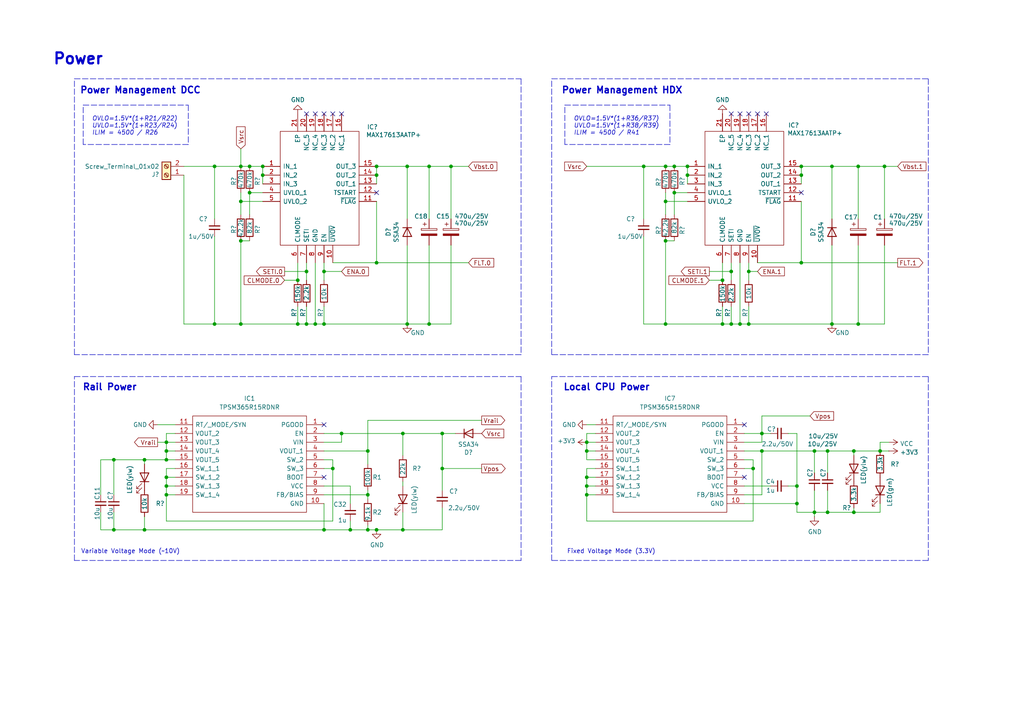
<source format=kicad_sch>
(kicad_sch (version 20250114) (generator "eeschema") (generator_version "9.0")
  (paper "A4")
  (title_block (title "RTB C11 Module") (date "2023-10-22") (rev "4") (company "Frank Schumacher") (comment 1 "Powerboard"))
  (lib_symbols
    (symbol "Connector:Screw_Terminal_01x02" (pin_names (offset 1.016) (hide yes))
      (property "Reference" "J" (at 0 2.54 0))
      (property "Value" "Screw_Terminal_01x02" (at 0 -5.08 0))
      (symbol "Screw_Terminal_01x02_1_1"
        (pin passive line (at -5.08 0 0) (length 3.81) (name "Pin_1") (number "1"))
        (pin passive line (at -5.08 -2.54 0) (length 3.81) (name "Pin_2") (number "2"))
      )
    )
    (symbol "Device:CP" (pin_numbers (hide yes)) (pin_names (offset 0.254))
      (property "Reference" "C" (at 0.635 2.54 0))
      (property "Value" "Device_CP" (at 0.635 -2.54 0))
      (symbol "CP_1_1"
        (pin passive line (at 0 3.81 270) (length 2.794) (name "~") (number "1"))
        (pin passive line (at 0 -3.81 90) (length 2.794) (name "~") (number "2"))
      )
    )
    (symbol "Device:C_Small" (pin_numbers (hide yes)) (pin_names (offset 0.254) (hide yes))
      (property "Reference" "C" (at 0.254 1.778 0))
      (property "Value" "C_Small" (at 0.254 -2.032 0))
      (symbol "C_Small_1_1"
        (pin passive line (at 0 2.54 270) (length 2.032) (name "~") (number "1"))
        (pin passive line (at 0 -2.54 90) (length 2.032) (name "~") (number "2"))
      )
    )
    (symbol "Device:D" (pin_numbers (hide yes)) (pin_names (offset 1.016) (hide yes))
      (property "Reference" "D" (at 0 2.54 0))
      (property "Value" "D" (at 0 -2.54 0))
      (symbol "D_1_1"
        (pin passive line (at -3.81 0 0) (length 2.54) (name "K") (number "1"))
        (pin passive line (at 3.81 0 180) (length 2.54) (name "A") (number "2"))
      )
    )
    (symbol "Device:LED" (pin_numbers (hide yes)) (pin_names (offset 1.016) (hide yes))
      (property "Reference" "D" (at 0 2.54 0))
      (property "Value" "LED" (at 0 -2.54 0))
      (symbol "LED_1_1"
        (pin passive line (at -3.81 0 0) (length 2.54) (name "K") (number "1"))
        (pin passive line (at 3.81 0 180) (length 2.54) (name "A") (number "2"))
      )
    )
    (symbol "Device:R" (pin_numbers (hide yes)) (pin_names (offset 0))
      (property "Reference" "R" (at 2.032 0 90))
      (property "Value" "R" (at 0 0 90))
      (symbol "R_1_1"
        (pin passive line (at 0 3.81 270) (length 1.27) (name "~") (number "1"))
        (pin passive line (at 0 -3.81 90) (length 1.27) (name "~") (number "2"))
      )
    )
    (symbol "RTB:MAX17613AATP+" (pin_names (offset 0.762))
      (property "Reference" "IC" (at 29.21 15.24 0))
      (property "Value" "MAX17613AATP+" (at 29.21 12.7 0))
      (symbol "MAX17613AATP+_0_0"
        (pin passive line (at 0 0 0) (length 5.08) (name "IN_1") (number "1"))
        (pin passive line (at 0 -2.54 0) (length 5.08) (name "IN_2") (number "2"))
        (pin passive line (at 0 -5.08 0) (length 5.08) (name "IN_3") (number "3"))
        (pin passive line (at 0 -7.62 0) (length 5.08) (name "UVLO_1") (number "4"))
        (pin passive line (at 0 -10.16 0) (length 5.08) (name "UVLO_2") (number "5"))
        (pin passive line (at 10.16 15.24 270) (length 5.08) (name "EP") (number "21"))
        (pin passive line (at 10.16 -27.94 90) (length 5.08) (name "CLMODE") (number "6"))
        (pin passive line (at 12.7 15.24 270) (length 5.08) (name "NC_5") (number "20"))
        (pin passive line (at 12.7 -27.94 90) (length 5.08) (name "SETI") (number "7"))
        (pin passive line (at 15.24 15.24 270) (length 5.08) (name "NC_4") (number "19"))
        (pin passive line (at 15.24 -27.94 90) (length 5.08) (name "GND") (number "8"))
        (pin passive line (at 17.78 15.24 270) (length 5.08) (name "NC_3") (number "18"))
        (pin passive line (at 17.78 -27.94 90) (length 5.08) (name "EN") (number "9"))
        (pin passive line (at 20.32 15.24 270) (length 5.08) (name "NC_2") (number "17"))
        (pin passive line (at 20.32 -27.94 90) (length 5.08) (name "~{UVOV}") (number "10"))
        (pin passive line (at 22.86 15.24 270) (length 5.08) (name "NC_1") (number "16"))
        (pin passive line (at 33.02 0 180) (length 5.08) (name "OUT_3") (number "15"))
        (pin passive line (at 33.02 -2.54 180) (length 5.08) (name "OUT_2") (number "14"))
        (pin passive line (at 33.02 -5.08 180) (length 5.08) (name "OUT_1") (number "13"))
        (pin passive line (at 33.02 -7.62 180) (length 5.08) (name "TSTART") (number "12"))
        (pin passive line (at 33.02 -10.16 180) (length 5.08) (name "~{FLAG}") (number "11"))
      )
    )
    (symbol "RTB:TPSM365R1FRDNR" (pin_names (offset 0.762))
      (property "Reference" "IC" (at 39.37 7.62 0))
      (property "Value" "TPSM365R1FRDNR" (at 39.37 5.08 0))
      (symbol "TPSM365R1FRDNR_0_0"
        (pin passive line (at 0 0 0) (length 5.08) (name "PGOOD") (number "1"))
        (pin passive line (at 0 -2.54 0) (length 5.08) (name "EN") (number "2"))
        (pin passive line (at 0 -5.08 0) (length 5.08) (name "VIN") (number "3"))
        (pin passive line (at 0 -7.62 0) (length 5.08) (name "VOUT_1") (number "4"))
        (pin passive line (at 0 -10.16 0) (length 5.08) (name "SW_2") (number "5"))
        (pin passive line (at 0 -12.7 0) (length 5.08) (name "SW_3") (number "6"))
        (pin passive line (at 0 -15.24 0) (length 5.08) (name "BOOT") (number "7"))
        (pin passive line (at 0 -17.78 0) (length 5.08) (name "VCC") (number "8"))
        (pin passive line (at 0 -20.32 0) (length 5.08) (name "FB/BIAS") (number "9"))
        (pin passive line (at 0 -22.86 0) (length 5.08) (name "GND") (number "10"))
        (pin passive line (at 43.18 0 180) (length 5.08) (name "RT/_MODE/SYN") (number "11"))
        (pin passive line (at 43.18 -2.54 180) (length 5.08) (name "VOUT_2") (number "12"))
        (pin passive line (at 43.18 -5.08 180) (length 5.08) (name "VOUT_3") (number "13"))
        (pin passive line (at 43.18 -7.62 180) (length 5.08) (name "VOUT_4") (number "14"))
        (pin passive line (at 43.18 -10.16 180) (length 5.08) (name "VOUT_5") (number "15"))
        (pin passive line (at 43.18 -12.7 180) (length 5.08) (name "SW_1_1") (number "16"))
        (pin passive line (at 43.18 -15.24 180) (length 5.08) (name "SW_1_2") (number "17"))
        (pin passive line (at 43.18 -17.78 180) (length 5.08) (name "SW_1_3") (number "18"))
        (pin passive line (at 43.18 -20.32 180) (length 5.08) (name "SW_1_4") (number "19"))
      )
    )
    (symbol "power:+3V3" (power) (pin_numbers (hide yes)) (pin_names (offset 0) (hide yes))
      (property "Value" "+3V3" (at 0 3.556 0))
      (symbol "+3V3_1_1"
        (pin power_in line (at 0 0 90) (length 0) (name "~") (number "1"))
      )
    )
    (symbol "power:GND" (power) (pin_numbers (hide yes)) (pin_names (offset 0) (hide yes))
      (property "Value" "GND" (at 0 -3.81 0))
      (symbol "GND_1_1"
        (pin power_in line (at 0 0 270) (length 0) (name "~") (number "1"))
      )
    )
    (symbol "power:VCC" (power) (pin_numbers (hide yes)) (pin_names (offset 0) (hide yes))
      (property "Value" "VCC" (at 0 3.556 0))
      (symbol "VCC_1_1"
        (pin power_in line (at 0 0 90) (length 0) (name "~") (number "1"))
      )
    )
  )
  (text "Power" (at 15.24 19.05 0) (effects (font (size 3.175 3.175) (thickness 0.635) (bold yes)) (justify left bottom)))
  (text "Power Management HDX" (at 162.814 27.432 0) (effects (font (size 1.905 1.905) (thickness 0.381) (bold yes)) (justify left bottom)))
  (text "Local CPU Power" (at 163.322 113.538 0) (effects (font (size 1.905 1.905) (thickness 0.381) (bold yes)) (justify left bottom)))
  (text "Rail Power" (at 23.876 113.538 0) (effects (font (size 1.905 1.905) (thickness 0.381) (bold yes)) (justify left bottom)))
  (text "Power Management DCC" (at 23.114 27.432 0) (effects (font (size 1.905 1.905) (thickness 0.381) (bold yes)) (justify left bottom)))
  (text "OVLO=1.5V*(1+R36/R37)\nUVLO=1.5V*(1+R38/R39)\nILIM = 4500 / R41" (at 166.37 39.37 0) (effects (font (size 1.27 1.27) (italic yes)) (justify left bottom)))
  (text "Variable Voltage Mode (~10V)" (at 37.846 160.02 0) (effects (font (size 1.27 1.27))))
  (text "OVLO=1.5V*(1+R21/R22)\nUVLO=1.5V*(1+R23/R24)\nILIM = 4500 / R26" (at 26.67 39.37 0) (effects (font (size 1.27 1.27) (italic yes)) (justify left bottom)))
  (text "Fixed Voltage Mode (3.3V)" (at 177.292 160.02 0) (effects (font (size 1.27 1.27))))
  (junction (at 247.65 148.59))
  (junction (at 69.85 93.98))
  (junction (at 116.84 125.73))
  (junction (at 232.41 76.2))
  (junction (at 199.39 50.8))
  (junction (at 241.3 93.98))
  (junction (at 220.98 125.73))
  (junction (at 93.98 153.67))
  (junction (at 124.46 48.26))
  (junction (at 106.68 130.81))
  (junction (at 72.39 48.26))
  (junction (at 69.85 69.85))
  (junction (at 88.9 93.98))
  (junction (at 195.58 55.88))
  (junction (at 48.26 138.43))
  (junction (at 116.84 153.67))
  (junction (at 195.58 48.26))
  (junction (at 69.85 48.26))
  (junction (at 48.26 140.97))
  (junction (at 86.36 81.28))
  (junction (at 101.6 153.67))
  (junction (at 232.41 50.8))
  (junction (at 48.26 128.27))
  (junction (at 62.23 48.26))
  (junction (at 48.26 143.51))
  (junction (at 128.27 135.89))
  (junction (at 193.04 48.26))
  (junction (at 109.22 48.26))
  (junction (at 256.54 48.26))
  (junction (at 109.22 153.67))
  (junction (at 217.17 78.74))
  (junction (at 209.55 93.98))
  (junction (at 170.18 138.43))
  (junction (at 88.9 78.74))
  (junction (at 232.41 48.26))
  (junction (at 124.46 93.98))
  (junction (at 186.69 48.26))
  (junction (at 214.63 93.98))
  (junction (at 118.11 93.98))
  (junction (at 248.92 48.26))
  (junction (at 218.44 135.89))
  (junction (at 86.36 93.98))
  (junction (at 69.85 58.42))
  (junction (at 217.17 93.98))
  (junction (at 93.98 93.98))
  (junction (at 76.2 50.8))
  (junction (at 236.22 130.81))
  (junction (at 109.22 50.8))
  (junction (at 41.91 153.67))
  (junction (at 33.02 133.35))
  (junction (at 170.18 140.97))
  (junction (at 199.39 48.26))
  (junction (at 109.22 76.2))
  (junction (at 118.11 48.26))
  (junction (at 193.04 58.42))
  (junction (at 128.27 125.73))
  (junction (at 170.18 130.81))
  (junction (at 41.91 133.35))
  (junction (at 62.23 93.98))
  (junction (at 106.68 153.67))
  (junction (at 212.09 78.74))
  (junction (at 248.92 93.98))
  (junction (at 48.26 130.81))
  (junction (at 48.26 133.35))
  (junction (at 93.98 78.74))
  (junction (at 76.2 48.26))
  (junction (at 33.02 153.67))
  (junction (at 241.3 48.26))
  (junction (at 212.09 93.98))
  (junction (at 240.03 130.81))
  (junction (at 247.65 130.81))
  (junction (at 231.14 146.05))
  (junction (at 130.81 48.26))
  (junction (at 106.68 143.51))
  (junction (at 240.03 148.59))
  (junction (at 255.27 130.81))
  (junction (at 193.04 93.98))
  (junction (at 99.06 125.73))
  (junction (at 193.04 69.85))
  (junction (at 91.44 93.98))
  (junction (at 170.18 128.27))
  (junction (at 170.18 143.51))
  (junction (at 72.39 55.88))
  (junction (at 96.52 135.89))
  (junction (at 231.14 140.97))
  (junction (at 209.55 81.28))
  (junction (at 220.98 130.81))
  (junction (at 236.22 148.59))
  (no_connect (at 93.98 123.19))
  (no_connect (at 88.9 33.02))
  (no_connect (at 91.44 33.02))
  (no_connect (at 215.9 123.19))
  (no_connect (at 212.09 33.02))
  (no_connect (at 214.63 33.02))
  (no_connect (at 93.98 138.43))
  (no_connect (at 219.71 33.02))
  (no_connect (at 109.22 55.88))
  (no_connect (at 217.17 33.02))
  (no_connect (at 99.06 33.02))
  (no_connect (at 96.52 33.02))
  (no_connect (at 93.98 33.02))
  (no_connect (at 232.41 55.88))
  (no_connect (at 222.25 33.02))
  (no_connect (at 215.9 138.43))
  (wire (pts (xy 193.04 48.26) (xy 195.58 48.26)))
  (wire (pts (xy 241.3 71.12) (xy 241.3 93.98)))
  (wire (pts (xy 41.91 153.67) (xy 33.02 153.67)))
  (wire (pts (xy 255.27 130.81) (xy 257.81 130.81)))
  (wire (pts (xy 247.65 147.32) (xy 247.65 148.59)))
  (wire (pts (xy 33.02 148.59) (xy 33.02 153.67)))
  (wire (pts (xy 255.27 130.81) (xy 255.27 128.27)))
  (wire (pts (xy 69.85 58.42) (xy 76.2 58.42)))
  (wire (pts (xy 93.98 76.2) (xy 93.98 78.74)))
  (wire (pts (xy 69.85 48.26) (xy 69.85 43.18)))
  (wire (pts (xy 217.17 88.9) (xy 217.17 93.98)))
  (wire (pts (xy 232.41 48.26) (xy 241.3 48.26)))
  (wire (pts (xy 106.68 130.81) (xy 106.68 121.92)))
  (wire (pts (xy 220.98 125.73) (xy 223.52 125.73)))
  (wire (pts (xy 256.54 63.5) (xy 256.54 48.26)))
  (wire (pts (xy 50.8 125.73) (xy 48.26 125.73)))
  (wire (pts (xy 88.9 78.74) (xy 88.9 81.28)))
  (wire (pts (xy 209.55 88.9) (xy 209.55 93.98)))
  (wire (pts (xy 170.18 123.19) (xy 172.72 123.19)))
  (wire (pts (xy 218.44 133.35) (xy 218.44 135.89)))
  (wire (pts (xy 91.44 76.2) (xy 91.44 93.98)))
  (wire (pts (xy 231.14 125.73) (xy 231.14 140.97)))
  (wire (pts (xy 33.02 153.67) (xy 29.21 153.67)))
  (wire (pts (xy 93.98 78.74) (xy 99.06 78.74)))
  (polyline (pts (xy 21.59 162.56) (xy 21.59 109.22)) (stroke (width 0) (type dash)))
  (wire (pts (xy 215.9 135.89) (xy 218.44 135.89)))
  (wire (pts (xy 93.98 146.05) (xy 93.98 153.67)))
  (wire (pts (xy 116.84 153.67) (xy 128.27 153.67)))
  (wire (pts (xy 231.14 148.59) (xy 236.22 148.59)))
  (wire (pts (xy 41.91 149.86) (xy 41.91 153.67)))
  (wire (pts (xy 212.09 88.9) (xy 212.09 93.98)))
  (wire (pts (xy 62.23 48.26) (xy 69.85 48.26)))
  (wire (pts (xy 130.81 63.5) (xy 130.81 48.26)))
  (wire (pts (xy 195.58 55.88) (xy 199.39 55.88)))
  (polyline (pts (xy 160.02 102.87) (xy 160.02 22.86)) (stroke (width 0) (type dash)))
  (wire (pts (xy 62.23 63.5) (xy 62.23 48.26)))
  (polyline (pts (xy 194.31 30.48) (xy 194.31 41.91)) (stroke (width 0) (type dash)))
  (wire (pts (xy 193.04 58.42) (xy 193.04 62.23)))
  (wire (pts (xy 106.68 153.67) (xy 101.6 153.67)))
  (wire (pts (xy 170.18 48.26) (xy 186.69 48.26)))
  (polyline (pts (xy 269.24 102.87) (xy 160.02 102.87)) (stroke (width 0) (type dash)))
  (wire (pts (xy 128.27 147.32) (xy 128.27 153.67)))
  (wire (pts (xy 82.55 81.28) (xy 86.36 81.28)))
  (wire (pts (xy 193.04 93.98) (xy 209.55 93.98)))
  (wire (pts (xy 106.68 143.51) (xy 106.68 144.78)))
  (wire (pts (xy 118.11 63.5) (xy 118.11 48.26)))
  (wire (pts (xy 69.85 69.85) (xy 69.85 93.98)))
  (wire (pts (xy 130.81 48.26) (xy 135.89 48.26)))
  (wire (pts (xy 48.26 128.27) (xy 50.8 128.27)))
  (wire (pts (xy 212.09 76.2) (xy 212.09 78.74)))
  (wire (pts (xy 93.98 133.35) (xy 96.52 133.35)))
  (wire (pts (xy 170.18 151.13) (xy 170.18 143.51)))
  (wire (pts (xy 170.18 140.97) (xy 170.18 143.51)))
  (wire (pts (xy 248.92 63.5) (xy 248.92 48.26)))
  (wire (pts (xy 195.58 48.26) (xy 199.39 48.26)))
  (wire (pts (xy 128.27 135.89) (xy 139.7 135.89)))
  (wire (pts (xy 101.6 151.13) (xy 101.6 153.67)))
  (wire (pts (xy 93.98 143.51) (xy 106.68 143.51)))
  (polyline (pts (xy 21.59 109.22) (xy 151.13 109.22)) (stroke (width 0) (type dash)))
  (polyline (pts (xy 151.13 109.22) (xy 151.13 162.56)) (stroke (width 0) (type dash)))
  (wire (pts (xy 96.52 76.2) (xy 109.22 76.2)))
  (polyline (pts (xy 160.02 22.86) (xy 269.24 22.86)) (stroke (width 0) (type dash)))
  (wire (pts (xy 93.98 130.81) (xy 106.68 130.81)))
  (wire (pts (xy 212.09 78.74) (xy 205.74 78.74)))
  (wire (pts (xy 170.18 130.81) (xy 170.18 133.35)))
  (wire (pts (xy 116.84 125.73) (xy 116.84 132.08)))
  (wire (pts (xy 199.39 50.8) (xy 199.39 53.34)))
  (wire (pts (xy 220.98 130.81) (xy 236.22 130.81)))
  (wire (pts (xy 109.22 48.26) (xy 109.22 50.8)))
  (wire (pts (xy 101.6 153.67) (xy 93.98 153.67)))
  (wire (pts (xy 248.92 48.26) (xy 256.54 48.26)))
  (wire (pts (xy 96.52 133.35) (xy 96.52 135.89)))
  (wire (pts (xy 248.92 93.98) (xy 256.54 93.98)))
  (wire (pts (xy 69.85 55.88) (xy 69.85 58.42)))
  (wire (pts (xy 240.03 130.81) (xy 247.65 130.81)))
  (wire (pts (xy 193.04 55.88) (xy 193.04 58.42)))
  (wire (pts (xy 218.44 135.89) (xy 218.44 151.13)))
  (polyline (pts (xy 151.13 22.86) (xy 151.13 102.87)) (stroke (width 0) (type dash)))
  (polyline (pts (xy 160.02 162.56) (xy 160.02 109.22)) (stroke (width 0) (type dash)))
  (wire (pts (xy 212.09 93.98) (xy 209.55 93.98)))
  (wire (pts (xy 118.11 48.26) (xy 124.46 48.26)))
  (wire (pts (xy 220.98 125.73) (xy 220.98 128.27)))
  (wire (pts (xy 118.11 71.12) (xy 118.11 93.98)))
  (wire (pts (xy 231.14 146.05) (xy 231.14 148.59)))
  (wire (pts (xy 193.04 58.42) (xy 199.39 58.42)))
  (wire (pts (xy 219.71 76.2) (xy 232.41 76.2)))
  (wire (pts (xy 186.69 68.58) (xy 186.69 93.98)))
  (wire (pts (xy 48.26 133.35) (xy 50.8 133.35)))
  (wire (pts (xy 240.03 137.16) (xy 240.03 130.81)))
  (wire (pts (xy 170.18 143.51) (xy 172.72 143.51)))
  (wire (pts (xy 45.72 123.19) (xy 50.8 123.19)))
  (wire (pts (xy 255.27 128.27) (xy 257.81 128.27)))
  (wire (pts (xy 96.52 151.13) (xy 48.26 151.13)))
  (wire (pts (xy 170.18 140.97) (xy 172.72 140.97)))
  (wire (pts (xy 109.22 153.67) (xy 106.68 153.67)))
  (wire (pts (xy 48.26 130.81) (xy 48.26 133.35)))
  (wire (pts (xy 217.17 93.98) (xy 241.3 93.98)))
  (wire (pts (xy 193.04 69.85) (xy 193.04 93.98)))
  (wire (pts (xy 170.18 135.89) (xy 170.18 138.43)))
  (wire (pts (xy 62.23 68.58) (xy 62.23 93.98)))
  (polyline (pts (xy 24.13 41.91) (xy 24.13 30.48)) (stroke (width 0) (type dash)))
  (wire (pts (xy 228.6 125.73) (xy 231.14 125.73)))
  (wire (pts (xy 29.21 133.35) (xy 33.02 133.35)))
  (wire (pts (xy 128.27 135.89) (xy 128.27 142.24)))
  (wire (pts (xy 231.14 140.97) (xy 231.14 146.05)))
  (polyline (pts (xy 151.13 162.56) (xy 21.59 162.56)) (stroke (width 0) (type dash)))
  (wire (pts (xy 106.68 142.24) (xy 106.68 143.51)))
  (wire (pts (xy 215.9 146.05) (xy 231.14 146.05)))
  (wire (pts (xy 220.98 120.65) (xy 220.98 125.73)))
  (wire (pts (xy 247.65 130.81) (xy 255.27 130.81)))
  (wire (pts (xy 220.98 120.65) (xy 234.95 120.65)))
  (polyline (pts (xy 24.13 30.48) (xy 54.61 30.48)) (stroke (width 0) (type dash)))
  (wire (pts (xy 53.34 50.8) (xy 53.34 93.98)))
  (wire (pts (xy 72.39 55.88) (xy 76.2 55.88)))
  (wire (pts (xy 33.02 133.35) (xy 41.91 133.35)))
  (wire (pts (xy 106.68 130.81) (xy 106.68 134.62)))
  (wire (pts (xy 48.26 135.89) (xy 48.26 138.43)))
  (wire (pts (xy 232.41 48.26) (xy 232.41 50.8)))
  (wire (pts (xy 124.46 63.5) (xy 124.46 48.26)))
  (wire (pts (xy 172.72 125.73) (xy 170.18 125.73)))
  (wire (pts (xy 214.63 93.98) (xy 217.17 93.98)))
  (wire (pts (xy 170.18 138.43) (xy 170.18 140.97)))
  (wire (pts (xy 241.3 63.5) (xy 241.3 48.26)))
  (wire (pts (xy 186.69 63.5) (xy 186.69 48.26)))
  (wire (pts (xy 241.3 48.26) (xy 248.92 48.26)))
  (wire (pts (xy 101.6 140.97) (xy 101.6 146.05)))
  (wire (pts (xy 130.81 93.98) (xy 124.46 93.98)))
  (wire (pts (xy 116.84 148.59) (xy 116.84 153.67)))
  (wire (pts (xy 232.41 76.2) (xy 260.35 76.2)))
  (wire (pts (xy 93.98 78.74) (xy 93.98 81.28)))
  (wire (pts (xy 236.22 142.24) (xy 236.22 148.59)))
  (wire (pts (xy 62.23 93.98) (xy 69.85 93.98)))
  (wire (pts (xy 88.9 88.9) (xy 88.9 93.98)))
  (wire (pts (xy 255.27 148.59) (xy 255.27 146.05)))
  (polyline (pts (xy 163.83 41.91) (xy 163.83 30.48)) (stroke (width 0) (type dash)))
  (wire (pts (xy 88.9 76.2) (xy 88.9 78.74)))
  (wire (pts (xy 48.26 138.43) (xy 48.26 140.97)))
  (wire (pts (xy 217.17 78.74) (xy 217.17 81.28)))
  (wire (pts (xy 116.84 140.97) (xy 116.84 139.7)))
  (wire (pts (xy 248.92 71.12) (xy 248.92 93.98)))
  (wire (pts (xy 170.18 130.81) (xy 172.72 130.81)))
  (wire (pts (xy 218.44 151.13) (xy 170.18 151.13)))
  (wire (pts (xy 217.17 78.74) (xy 219.71 78.74)))
  (wire (pts (xy 93.98 140.97) (xy 101.6 140.97)))
  (wire (pts (xy 53.34 48.26) (xy 62.23 48.26)))
  (wire (pts (xy 48.26 140.97) (xy 48.26 143.51)))
  (wire (pts (xy 124.46 71.12) (xy 124.46 93.98)))
  (wire (pts (xy 45.72 128.27) (xy 48.26 128.27)))
  (wire (pts (xy 29.21 143.51) (xy 29.21 133.35)))
  (polyline (pts (xy 151.13 102.87) (xy 21.59 102.87)) (stroke (width 0) (type dash)))
  (wire (pts (xy 86.36 88.9) (xy 86.36 93.98)))
  (polyline (pts (xy 269.24 109.22) (xy 269.24 162.56)) (stroke (width 0) (type dash)))
  (wire (pts (xy 109.22 50.8) (xy 109.22 53.34)))
  (wire (pts (xy 232.41 76.2) (xy 232.41 58.42)))
  (wire (pts (xy 199.39 50.8) (xy 199.39 48.26)))
  (wire (pts (xy 91.44 93.98) (xy 88.9 93.98)))
  (wire (pts (xy 236.22 149.86) (xy 236.22 148.59)))
  (wire (pts (xy 209.55 81.28) (xy 205.74 81.28)))
  (wire (pts (xy 88.9 78.74) (xy 82.55 78.74)))
  (wire (pts (xy 217.17 76.2) (xy 217.17 78.74)))
  (wire (pts (xy 170.18 138.43) (xy 172.72 138.43)))
  (wire (pts (xy 50.8 135.89) (xy 48.26 135.89)))
  (wire (pts (xy 170.18 133.35) (xy 172.72 133.35)))
  (wire (pts (xy 29.21 148.59) (xy 29.21 153.67)))
  (polyline (pts (xy 21.59 22.86) (xy 151.13 22.86)) (stroke (width 0) (type dash)))
  (wire (pts (xy 86.36 76.2) (xy 86.36 81.28)))
  (wire (pts (xy 88.9 93.98) (xy 86.36 93.98)))
  (wire (pts (xy 76.2 48.26) (xy 76.2 50.8)))
  (wire (pts (xy 93.98 128.27) (xy 99.06 128.27)))
  (wire (pts (xy 33.02 143.51) (xy 33.02 133.35)))
  (wire (pts (xy 69.85 58.42) (xy 69.85 62.23)))
  (wire (pts (xy 170.18 128.27) (xy 172.72 128.27)))
  (wire (pts (xy 106.68 152.4) (xy 106.68 153.67)))
  (wire (pts (xy 170.18 128.27) (xy 170.18 130.81)))
  (wire (pts (xy 236.22 148.59) (xy 240.03 148.59)))
  (wire (pts (xy 186.69 93.98) (xy 193.04 93.98)))
  (wire (pts (xy 109.22 76.2) (xy 135.89 76.2)))
  (wire (pts (xy 93.98 93.98) (xy 118.11 93.98)))
  (wire (pts (xy 256.54 71.12) (xy 256.54 93.98)))
  (wire (pts (xy 48.26 130.81) (xy 50.8 130.81)))
  (wire (pts (xy 69.85 69.85) (xy 72.39 69.85)))
  (wire (pts (xy 99.06 125.73) (xy 116.84 125.73)))
  (wire (pts (xy 215.9 125.73) (xy 220.98 125.73)))
  (wire (pts (xy 240.03 142.24) (xy 240.03 148.59)))
  (wire (pts (xy 212.09 78.74) (xy 212.09 81.28)))
  (wire (pts (xy 69.85 93.98) (xy 86.36 93.98)))
  (wire (pts (xy 48.26 138.43) (xy 50.8 138.43)))
  (wire (pts (xy 236.22 130.81) (xy 240.03 130.81)))
  (wire (pts (xy 241.3 93.98) (xy 248.92 93.98)))
  (wire (pts (xy 124.46 48.26) (xy 130.81 48.26)))
  (wire (pts (xy 256.54 48.26) (xy 260.35 48.26)))
  (wire (pts (xy 186.69 48.26) (xy 193.04 48.26)))
  (wire (pts (xy 228.6 140.97) (xy 231.14 140.97)))
  (polyline (pts (xy 160.02 109.22) (xy 269.24 109.22)) (stroke (width 0) (type dash)))
  (wire (pts (xy 99.06 125.73) (xy 99.06 128.27)))
  (wire (pts (xy 215.9 140.97) (xy 223.52 140.97)))
  (wire (pts (xy 214.63 76.2) (xy 214.63 93.98)))
  (wire (pts (xy 130.81 71.12) (xy 130.81 93.98)))
  (wire (pts (xy 48.26 151.13) (xy 48.26 143.51)))
  (wire (pts (xy 128.27 125.73) (xy 128.27 135.89)))
  (polyline (pts (xy 54.61 30.48) (xy 54.61 41.91)) (stroke (width 0) (type dash)))
  (wire (pts (xy 215.9 133.35) (xy 218.44 133.35)))
  (wire (pts (xy 91.44 93.98) (xy 93.98 93.98)))
  (wire (pts (xy 48.26 140.97) (xy 50.8 140.97)))
  (polyline (pts (xy 54.61 41.91) (xy 24.13 41.91)) (stroke (width 0) (type dash)))
  (polyline (pts (xy 269.24 22.86) (xy 269.24 102.87)) (stroke (width 0) (type dash)))
  (wire (pts (xy 193.04 69.85) (xy 195.58 69.85)))
  (wire (pts (xy 109.22 48.26) (xy 118.11 48.26)))
  (wire (pts (xy 72.39 48.26) (xy 76.2 48.26)))
  (wire (pts (xy 116.84 125.73) (xy 128.27 125.73)))
  (wire (pts (xy 195.58 55.88) (xy 195.58 62.23)))
  (wire (pts (xy 69.85 48.26) (xy 72.39 48.26)))
  (wire (pts (xy 172.72 135.89) (xy 170.18 135.89)))
  (wire (pts (xy 214.63 93.98) (xy 212.09 93.98)))
  (wire (pts (xy 48.26 125.73) (xy 48.26 128.27)))
  (wire (pts (xy 240.03 148.59) (xy 247.65 148.59)))
  (polyline (pts (xy 269.24 162.56) (xy 160.02 162.56)) (stroke (width 0) (type dash)))
  (wire (pts (xy 215.9 143.51) (xy 220.98 143.51)))
  (wire (pts (xy 96.52 135.89) (xy 96.52 151.13)))
  (wire (pts (xy 41.91 133.35) (xy 48.26 133.35)))
  (wire (pts (xy 93.98 125.73) (xy 99.06 125.73)))
  (wire (pts (xy 124.46 93.98) (xy 118.11 93.98)))
  (wire (pts (xy 93.98 135.89) (xy 96.52 135.89)))
  (wire (pts (xy 209.55 76.2) (xy 209.55 81.28)))
  (wire (pts (xy 247.65 132.08) (xy 247.65 130.81)))
  (wire (pts (xy 41.91 134.62) (xy 41.91 133.35)))
  (wire (pts (xy 76.2 50.8) (xy 76.2 53.34)))
  (polyline (pts (xy 194.31 41.91) (xy 163.83 41.91)) (stroke (width 0) (type dash)))
  (wire (pts (xy 72.39 55.88) (xy 72.39 62.23)))
  (wire (pts (xy 128.27 125.73) (xy 132.08 125.73)))
  (wire (pts (xy 48.26 143.51) (xy 50.8 143.51)))
  (wire (pts (xy 48.26 128.27) (xy 48.26 130.81)))
  (wire (pts (xy 215.9 128.27) (xy 220.98 128.27)))
  (wire (pts (xy 247.65 148.59) (xy 255.27 148.59)))
  (wire (pts (xy 236.22 137.16) (xy 236.22 130.81)))
  (wire (pts (xy 93.98 88.9) (xy 93.98 93.98)))
  (polyline (pts (xy 163.83 30.48) (xy 194.31 30.48)) (stroke (width 0) (type dash)))
  (wire (pts (xy 170.18 125.73) (xy 170.18 128.27)))
  (wire (pts (xy 220.98 130.81) (xy 220.98 143.51)))
  (wire (pts (xy 93.98 153.67) (xy 41.91 153.67)))
  (wire (pts (xy 109.22 76.2) (xy 109.22 58.42)))
  (wire (pts (xy 215.9 130.81) (xy 220.98 130.81)))
  (wire (pts (xy 232.41 53.34) (xy 232.41 50.8)))
  (wire (pts (xy 53.34 93.98) (xy 62.23 93.98)))
  (wire (pts (xy 106.68 121.92) (xy 139.7 121.92)))
  (polyline (pts (xy 21.59 102.87) (xy 21.59 22.86)) (stroke (width 0) (type dash)))
  (wire (pts (xy 116.84 153.67) (xy 109.22 153.67)))
  (global_label "Vsrc" (shape input) (at 170.18 48.26 180) (property "Intersheetrefs" "${INTERSHEET_REFS}" (effects (hide yes))))
  (global_label "CLMODE.0" (shape input) (at 82.55 81.28 180) (property "Intersheetrefs" "${INTERSHEET_REFS}" (effects (hide yes))))
  (global_label "ENA.0" (shape input) (at 99.06 78.74 0) (property "Intersheetrefs" "${INTERSHEET_REFS}" (effects (hide yes))))
  (global_label "CLMODE.1" (shape input) (at 205.74 81.28 180) (property "Intersheetrefs" "${INTERSHEET_REFS}" (effects (hide yes))))
  (global_label "Vbst.0" (shape input) (at 135.89 48.26 0) (property "Intersheetrefs" "${INTERSHEET_REFS}" (effects (hide yes))))
  (global_label "FLT.1" (shape output) (at 260.35 76.2 0) (property "Intersheetrefs" "${INTERSHEET_REFS}" (effects (hide yes))))
  (global_label "SETI.1" (shape output) (at 205.74 78.74 180) (property "Intersheetrefs" "${INTERSHEET_REFS}" (effects (hide yes))))
  (global_label "Vsrc" (shape input) (at 69.85 43.18 90) (property "Intersheetrefs" "${INTERSHEET_REFS}" (effects (hide yes))))
  (global_label "Vbst.1" (shape input) (at 260.35 48.26 0) (property "Intersheetrefs" "${INTERSHEET_REFS}" (effects (hide yes))))
  (global_label "ENA.1" (shape input) (at 219.71 78.74 0) (property "Intersheetrefs" "${INTERSHEET_REFS}" (effects (hide yes))))
  (global_label "FLT.0" (shape input) (at 135.89 76.2 0) (property "Intersheetrefs" "${INTERSHEET_REFS}" (effects (hide yes))))
  (global_label "SETI.0" (shape output) (at 82.55 78.74 180) (property "Intersheetrefs" "${INTERSHEET_REFS}" (effects (hide yes))))
  (global_label "Vrail" (shape output) (at 45.72 128.27 180) (property "Intersheetrefs" "${INTERSHEET_REFS}" (effects (hide yes))))
  (global_label "Vpos" (shape input) (at 234.95 120.65 0) (property "Intersheetrefs" "${INTERSHEET_REFS}" (effects (hide yes))))
  (global_label "Vrail" (shape output) (at 139.7 121.92 0) (property "Intersheetrefs" "${INTERSHEET_REFS}" (effects (hide yes))))
  (global_label "Vsrc" (shape input) (at 139.7 125.73 0) (property "Intersheetrefs" "${INTERSHEET_REFS}" (effects (hide yes))))
  (global_label "Vpos" (shape output) (at 139.7 135.89 0) (property "Intersheetrefs" "${INTERSHEET_REFS}" (effects (hide yes))))
  (symbol (lib_id "power:GND") (at 236.22 149.86 0) (unit 1)
    (property "Reference" "#PWR0105" (effects (hide yes)))
    (property "Value" "GND" (at 236.347 154.2542 0))
    (instances (project "" (path "" (reference "#PWR?") (unit 1)) (path "" (reference "#PWR0105") (unit 1))))
  )
  (symbol (lib_id "Device:C_Small") (at 240.03 139.7 0) (unit 1)
    (property "Reference" "C12" (at 238.76 138.43 90) (effects (justify left)))
    (property "Value" "10u/25V" (at 234.442 126.492 0) (effects (justify left)))
    (property "Footprint" "Capacitor_SMD:C_0603_1608Metric" (effects (hide yes)))
    (property "Description" "10uF 25V X5R ±20% 0603 Multilayer Ceramic Capacitors MLCC - SMD/SMT ROHS" (effects (hide yes)))
    (property "LCSC Part #" "C96446" (effects (hide yes)))
    (instances (project "" (path "" (reference "C?") (unit 1)) (path "" (reference "C12") (unit 1))))
  )
  (symbol (lib_id "Device:D") (at 135.89 125.73 0) (unit 1)
    (property "Reference" "D1" (at 135.89 131.2164 0))
    (property "Value" "SSA34" (at 135.89 128.905 0))
    (property "Footprint" "Diode_SMD:D_SOD-123F" (effects (hide yes)))
    (property "Description" "-55℃~+125℃ 3A 40V 500uA@40V 550mV@3A 80A SOD-123F Schottky Diodes ROHS" (effects (hide yes)))
    (property "LCSC Part #" "C84632" (effects (hide yes)))
    (instances (project "" (path "" (reference "D?") (unit 1)) (path "" (reference "D1") (unit 1))))
  )
  (symbol (lib_id "Connector:Screw_Terminal_01x02") (at 48.26 50.8 180) (unit 1) (in_bom no)
    (property "Reference" "J8" (at 46.228 50.5968 0) (effects (justify left)))
    (property "Value" "Screw_Terminal_01x02" (at 46.228 48.2854 0) (effects (justify left)))
    (property "Footprint" "TerminalBlock_RND:TerminalBlock_RND_205-00001_1x02_P5.00mm_Horizontal" (effects (hide yes)))
    (instances (project "" (path "" (reference "J?") (unit 1)) (path "" (reference "J?") (unit 1)) (path "" (reference "J8") (unit 1))))
  )
  (symbol (lib_id "RTB:MAX17613AATP+") (at 76.2 48.26 0) (unit 1)
    (property "Reference" "IC6" (at 106.426 36.83 0) (effects (justify left)))
    (property "Value" "MAX17613AATP+" (at 106.172 39.116 0) (effects (justify left)))
    (property "Footprint" "Package_DFN_QFN:UQFN-20-1EP_4x4mm_P0.5mm_EP2.8x2.8mm_ThermalVias" (effects (hide yes)))
    (property "Datasheet" "https://datasheets.maximintegrated.com/en/ds/MAX17613A-MAX17613C.pdf" (effects (hide yes)))
    (property "Description" "MAXIM INTEGRATED PRODUCTS - MAX17613AATP+ - POWER LOAD SW, -40 TO 125DEG C" (effects (hide yes)))
    (property "LCSC Part #" "C3198161" (effects (hide yes)))
    (instances (project "" (path "" (reference "IC?") (unit 1)) (path "" (reference "IC?") (unit 1)) (path "" (reference "IC6") (unit 1))))
  )
  (symbol (lib_id "power:GND") (at 118.11 93.98 0) (unit 1)
    (property "Reference" "#PWR0114" (effects (hide yes)))
    (property "Value" "GND" (at 123.19 96.52 0) (effects (justify right)))
    (instances (project "" (path "" (reference "#PWR?") (unit 1)) (path "" (reference "#PWR?") (unit 1)) (path "" (reference "#PWR0114") (unit 1))))
  )
  (symbol (lib_id "Device:R") (at 72.39 52.07 0) (unit 1)
    (property "Reference" "R23" (at 74.676 53.848 90) (effects (justify left)))
    (property "Value" "470k" (at 72.39 54.61 90) (effects (justify left)))
    (property "Footprint" "Resistor_SMD:R_0603_1608Metric" (effects (hide yes)))
    (property "Description" "-55℃~+155℃ 100mW 470kΩ 75V Thick Film Resistor ±1% ±100ppm/℃ 0603 Chip Resistor - Surface Mount ROHS" (effects (hide yes)))
    (property "LCSC Part #" "C23178" (effects (hide yes)))
    (instances (project "" (path "" (reference "R?") (unit 1)) (path "" (reference "R23") (unit 1))))
  )
  (symbol (lib_id "Device:R") (at 72.39 66.04 0) (unit 1)
    (property "Reference" "R24" (at 74.676 67.818 90) (effects (justify left)))
    (property "Value" "82k" (at 72.39 67.818 90) (effects (justify left)))
    (property "Footprint" "Resistor_SMD:R_0603_1608Metric" (effects (hide yes)))
    (property "Description" "-55℃~+155℃ 100mW 75V 82kΩ Thick Film Resistor ±1% ±100ppm/℃ 0603 Chip Resistor - Surface Mount ROHS" (effects (hide yes)))
    (property "LCSC Part #" "C23254" (effects (hide yes)))
    (instances (project "" (path "" (reference "R?") (unit 1)) (path "" (reference "R24") (unit 1))))
  )
  (symbol (lib_id "Device:R") (at 69.85 66.04 0) (unit 1)
    (property "Reference" "R22" (at 67.818 67.818 90) (effects (justify left)))
    (property "Value" "42.2k" (at 69.85 68.834 90) (effects (justify left)))
    (property "Footprint" "Resistor_SMD:R_0603_1608Metric" (effects (hide yes)))
    (property "Description" "-55℃~+155℃ 100mW 42.2kΩ 75V Thick Film Resistor ±1% ±100ppm/℃ 0603 Chip Resistor - Surface Mount ROHS" (effects (hide yes)))
    (property "LCSC Part #" "C23167" (effects (hide yes)))
    (instances (project "" (path "" (reference "R?") (unit 1)) (path "" (reference "R22") (unit 1))))
  )
  (symbol (lib_id "Device:R") (at 69.85 52.07 0) (unit 1)
    (property "Reference" "R21" (at 67.818 53.848 90) (effects (justify left)))
    (property "Value" "470k" (at 69.85 54.61 90) (effects (justify left)))
    (property "Footprint" "Resistor_SMD:R_0603_1608Metric" (effects (hide yes)))
    (property "Description" "-55℃~+155℃ 100mW 470kΩ 75V Thick Film Resistor ±1% ±100ppm/℃ 0603 Chip Resistor - Surface Mount ROHS" (effects (hide yes)))
    (property "LCSC Part #" "C23178" (effects (hide yes)))
    (instances (project "" (path "" (reference "R?") (unit 1)) (path "" (reference "R21") (unit 1))))
  )
  (symbol (lib_id "Device:R") (at 88.9 85.09 0) (unit 1)
    (property "Reference" "R26" (at 87.884 91.948 90) (effects (justify left)))
    (property "Value" "2.2k" (at 88.9 87.122 90) (effects (justify left)))
    (property "Footprint" "Resistor_SMD:R_0603_1608Metric" (effects (hide yes)))
    (property "Description" "-55℃~+155℃ 100mW 2.2kΩ 75V Thick Film Resistor ±1% ±100ppm/℃ 0603 Chip Resistor - Surface Mount ROHS" (effects (hide yes)))
    (property "LCSC Part #" "C4190" (effects (hide yes)))
    (instances (project "" (path "" (reference "R?") (unit 1)) (path "" (reference "R26") (unit 1))))
  )
  (symbol (lib_id "Device:R") (at 86.36 85.09 0) (unit 1)
    (property "Reference" "R25" (at 85.344 91.948 90) (effects (justify left)))
    (property "Value" "150k" (at 86.36 87.63 90) (effects (justify left)))
    (property "Footprint" "Resistor_SMD:R_0603_1608Metric" (effects (hide yes)))
    (property "Description" "-55℃~+155℃ 100mW 150kΩ 75V Thick Film Resistor ±1% ±100ppm/℃ 0603 Chip Resistor - Surface Mount ROHS" (effects (hide yes)))
    (property "LCSC Part #" "C22807" (effects (hide yes)))
    (instances (project "" (path "" (reference "R?") (unit 1)) (path "" (reference "R25") (unit 1))))
  )
  (symbol (lib_id "power:GND") (at 86.36 33.02 180) (unit 1)
    (property "Reference" "#PWR0115" (effects (hide yes)))
    (property "Value" "GND" (at 84.328 28.956 0) (effects (justify right)))
    (instances (project "" (path "" (reference "#PWR?") (unit 1)) (path "" (reference "#PWR?") (unit 1)) (path "" (reference "#PWR0115") (unit 1))))
  )
  (symbol (lib_id "Device:C_Small") (at 62.23 66.04 0) (unit 1)
    (property "Reference" "C14" (at 57.658 63.5 0) (effects (justify left)))
    (property "Value" "1u/50V" (at 54.61 68.58 0) (effects (justify left)))
    (property "Footprint" "Capacitor_SMD:C_0805_2012Metric" (effects (hide yes)))
    (property "Description" "1uF 50V X7R ±10% 0805 Multilayer Ceramic Capacitors MLCC - SMD/SMT ROHS" (effects (hide yes)))
    (property "LCSC Part #" "C28323" (effects (hide yes)))
    (instances (project "" (path "" (reference "C?") (unit 1)) (path "" (reference "C14") (unit 1))))
  )
  (symbol (lib_id "Device:C_Small") (at 186.69 66.04 0) (unit 1)
    (property "Reference" "C16" (at 181.61 63.5 0) (effects (justify left)))
    (property "Value" "1u/50V" (at 179.07 68.58 0) (effects (justify left)))
    (property "Footprint" "Capacitor_SMD:C_0805_2012Metric" (effects (hide yes)))
    (property "Description" "1uF 50V X7R ±10% 0805 Multilayer Ceramic Capacitors MLCC - SMD/SMT ROHS" (effects (hide yes)))
    (property "LCSC Part #" "C28323" (effects (hide yes)))
    (instances (project "" (path "" (reference "C?") (unit 1)) (path "" (reference "C16") (unit 1))))
  )
  (symbol (lib_id "RTB:MAX17613AATP+") (at 199.39 48.26 0) (unit 1)
    (property "Reference" "IC8" (at 228.6 36.322 0) (effects (justify left)))
    (property "Value" "MAX17613AATP+" (at 228.346 38.608 0) (effects (justify left)))
    (property "Footprint" "Package_DFN_QFN:UQFN-20-1EP_4x4mm_P0.5mm_EP2.8x2.8mm_ThermalVias" (effects (hide yes)))
    (property "Datasheet" "https://datasheets.maximintegrated.com/en/ds/MAX17613A-MAX17613C.pdf" (effects (hide yes)))
    (property "Description" "MAXIM INTEGRATED PRODUCTS - MAX17613AATP+ - POWER LOAD SW, -40 TO 125DEG C" (effects (hide yes)))
    (property "LCSC Part #" "C3198161" (effects (hide yes)))
    (instances (project "" (path "" (reference "IC?") (unit 1)) (path "" (reference "IC?") (unit 1)) (path "" (reference "IC8") (unit 1))))
  )
  (symbol (lib_id "power:GND") (at 241.3 93.98 0) (unit 1)
    (property "Reference" "#PWR021" (effects (hide yes)))
    (property "Value" "GND" (at 246.38 96.52 0) (effects (justify right)))
    (instances (project "" (path "" (reference "#PWR?") (unit 1)) (path "" (reference "#PWR?") (unit 1)) (path "" (reference "#PWR021") (unit 1))))
  )
  (symbol (lib_id "Device:R") (at 195.58 52.07 0) (unit 1)
    (property "Reference" "R38" (at 197.866 53.848 90) (effects (justify left)))
    (property "Value" "470k" (at 195.58 54.61 90) (effects (justify left)))
    (property "Footprint" "Resistor_SMD:R_0603_1608Metric" (effects (hide yes)))
    (property "Description" "-55℃~+155℃ 100mW 470kΩ 75V Thick Film Resistor ±1% ±100ppm/℃ 0603 Chip Resistor - Surface Mount ROHS" (effects (hide yes)))
    (property "LCSC Part #" "C23178" (effects (hide yes)))
    (instances (project "" (path "" (reference "R?") (unit 1)) (path "" (reference "R38") (unit 1))))
  )
  (symbol (lib_id "Device:R") (at 195.58 66.04 0) (unit 1)
    (property "Reference" "R39" (at 197.866 68.072 90) (effects (justify left)))
    (property "Value" "82k" (at 195.58 67.818 90) (effects (justify left)))
    (property "Footprint" "Resistor_SMD:R_0603_1608Metric" (effects (hide yes)))
    (property "Description" "-55℃~+155℃ 100mW 75V 82kΩ Thick Film Resistor ±1% ±100ppm/℃ 0603 Chip Resistor - Surface Mount ROHS" (effects (hide yes)))
    (property "LCSC Part #" "C23254" (effects (hide yes)))
    (instances (project "" (path "" (reference "R?") (unit 1)) (path "" (reference "R39") (unit 1))))
  )
  (symbol (lib_id "Device:R") (at 193.04 66.04 0) (unit 1)
    (property "Reference" "R37" (at 191.008 68.072 90) (effects (justify left)))
    (property "Value" "42.2k" (at 193.04 68.834 90) (effects (justify left)))
    (property "Footprint" "Resistor_SMD:R_0603_1608Metric" (effects (hide yes)))
    (property "Description" "-55℃~+155℃ 100mW 42.2kΩ 75V Thick Film Resistor ±1% ±100ppm/℃ 0603 Chip Resistor - Surface Mount ROHS" (effects (hide yes)))
    (property "LCSC Part #" "C23167" (effects (hide yes)))
    (instances (project "" (path "" (reference "R?") (unit 1)) (path "" (reference "R37") (unit 1))))
  )
  (symbol (lib_id "Device:R") (at 193.04 52.07 0) (unit 1)
    (property "Reference" "R36" (at 191.008 54.102 90) (effects (justify left)))
    (property "Value" "470k" (at 193.04 54.61 90) (effects (justify left)))
    (property "Footprint" "Resistor_SMD:R_0603_1608Metric" (effects (hide yes)))
    (property "Description" "-55℃~+155℃ 100mW 470kΩ 75V Thick Film Resistor ±1% ±100ppm/℃ 0603 Chip Resistor - Surface Mount ROHS" (effects (hide yes)))
    (property "LCSC Part #" "C23178" (effects (hide yes)))
    (instances (project "" (path "" (reference "R?") (unit 1)) (path "" (reference "R36") (unit 1))))
  )
  (symbol (lib_id "Device:R") (at 212.09 85.09 0) (unit 1)
    (property "Reference" "R41" (at 211.074 91.948 90) (effects (justify left)))
    (property "Value" "2.2k" (at 212.09 87.63 90) (effects (justify left)))
    (property "Footprint" "Resistor_SMD:R_0603_1608Metric" (effects (hide yes)))
    (property "Description" "-55℃~+155℃ 100mW 2.2kΩ 75V Thick Film Resistor ±1% ±100ppm/℃ 0603 Chip Resistor - Surface Mount ROHS" (effects (hide yes)))
    (property "LCSC Part #" "C4190" (effects (hide yes)))
    (instances (project "" (path "" (reference "R?") (unit 1)) (path "" (reference "R41") (unit 1))))
  )
  (symbol (lib_id "Device:R") (at 209.55 85.09 0) (unit 1)
    (property "Reference" "R40" (at 208.534 91.948 90) (effects (justify left)))
    (property "Value" "150k" (at 209.55 87.63 90) (effects (justify left)))
    (property "Footprint" "Resistor_SMD:R_0603_1608Metric" (effects (hide yes)))
    (property "Description" "-55℃~+155℃ 100mW 150kΩ 75V Thick Film Resistor ±1% ±100ppm/℃ 0603 Chip Resistor - Surface Mount ROHS" (effects (hide yes)))
    (property "LCSC Part #" "C22807" (effects (hide yes)))
    (instances (project "" (path "" (reference "R?") (unit 1)) (path "" (reference "R40") (unit 1))))
  )
  (symbol (lib_id "power:GND") (at 209.55 33.02 180) (unit 1)
    (property "Reference" "#PWR015" (effects (hide yes)))
    (property "Value" "GND" (at 207.518 28.956 0) (effects (justify right)))
    (instances (project "" (path "" (reference "#PWR?") (unit 1)) (path "" (reference "#PWR?") (unit 1)) (path "" (reference "#PWR015") (unit 1))))
  )
  (symbol (lib_id "Device:LED") (at 255.27 142.24 270) (mirror x) (unit 1) (in_bom no)
    (property "Reference" "D2" (effects (hide yes)))
    (property "Value" "LED(grn)" (at 258.064 142.748 0))
    (property "Footprint" "LED_SMD:LED_0603_1608Metric" (effects (hide yes)))
    (instances (project "" (path "" (reference "D?") (unit 1)) (path "" (reference "D2") (unit 1))))
  )
  (symbol (lib_id "Device:R") (at 255.27 134.62 180) (unit 1)
    (property "Reference" "R72" (at 260.858 134.62 0) (effects (justify left)))
    (property "Value" "3.3k" (at 255.27 132.334 90) (effects (justify left)))
    (property "Footprint" "Resistor_SMD:R_0603_1608Metric" (effects (hide yes)))
    (property "Description" "-55℃~+155℃ 100mW 3.3kΩ 75V Thick Film Resistor ±1% ±100ppm/℃ 0603 Chip Resistor - Surface Mount ROHS" (effects (hide yes)))
    (property "LCSC Part #" "C22978" (effects (hide yes)))
    (instances (project "" (path "" (reference "R?") (unit 1)) (path "" (reference "R72") (unit 1))))
  )
  (symbol (lib_id "Device:C_Small") (at 128.27 144.78 180) (unit 1)
    (property "Reference" "C27" (at 132.842 142.494 0) (effects (justify left)))
    (property "Value" "2.2u/50V" (at 139.192 147.32 0) (effects (justify left)))
    (property "Footprint" "Capacitor_SMD:C_1206_3216Metric" (effects (hide yes)))
    (property "Description" "2.2uF 50V X7R ±10% 1206 Multilayer Ceramic Capacitors MLCC - SMD/SMT ROHS" (effects (hide yes)))
    (property "LCSC Part #" "C50254" (effects (hide yes)))
    (instances (project "" (path "" (reference "C?") (unit 1)) (path "" (reference "C27") (unit 1))))
  )
  (symbol (lib_id "Device:R") (at 217.17 85.09 0) (unit 1)
    (property "Reference" "R87" (at 216.154 91.948 90) (effects (justify left)))
    (property "Value" "10k" (at 217.17 86.868 90) (effects (justify left)))
    (property "Footprint" "Resistor_SMD:R_0402_1005Metric" (effects (hide yes)))
    (property "Description" "-55℃~+155℃ 10kΩ 50V 62.5mW Thick Film Resistor ±1% ±100ppm/℃ 0402 Chip Resistor - Surface Mount ROHS" (effects (hide yes)))
    (property "LCSC Part #" "C25744" (effects (hide yes)))
    (instances (project "" (path "" (reference "R?") (unit 1)) (path "" (reference "R87") (unit 1))))
  )
  (symbol (lib_id "Device:R") (at 93.98 85.09 0) (unit 1)
    (property "Reference" "R88" (at 92.964 91.948 90) (effects (justify left)))
    (property "Value" "10k" (at 93.98 87.122 90) (effects (justify left)))
    (property "Footprint" "Resistor_SMD:R_0603_1608Metric" (effects (hide yes)))
    (property "Description" "-55℃~+155℃ 100mW 10kΩ 75V Thick Film Resistor ±1% ±100ppm/℃ 0603 Chip Resistor - Surface Mount ROHS" (effects (hide yes)))
    (property "LCSC Part #" "C25804" (effects (hide yes)))
    (instances (project "" (path "" (reference "R?") (unit 1)) (path "" (reference "R88") (unit 1))))
  )
  (symbol (lib_id "Device:D") (at 118.11 67.31 270) (unit 1)
    (property "Reference" "D9" (at 112.6236 67.31 0))
    (property "Value" "SSA34" (at 114.935 67.31 0))
    (property "Footprint" "Diode_SMD:D_SOD-123F" (effects (hide yes)))
    (property "Description" "-55℃~+125℃ 3A 40V 500uA@40V 550mV@3A 80A SOD-123F Schottky Diodes ROHS" (effects (hide yes)))
    (property "LCSC Part #" "C84632" (effects (hide yes)))
    (instances (project "" (path "" (reference "D?") (unit 1)) (path "" (reference "D9") (unit 1))))
  )
  (symbol (lib_id "Device:D") (at 241.3 67.31 270) (unit 1)
    (property "Reference" "D5" (at 235.8136 67.31 0))
    (property "Value" "SSA34" (at 238.125 67.31 0))
    (property "Footprint" "Diode_SMD:D_SOD-123F" (effects (hide yes)))
    (property "Description" "-55℃~+125℃ 3A 40V 500uA@40V 550mV@3A 80A SOD-123F Schottky Diodes ROHS" (effects (hide yes)))
    (property "LCSC Part #" "C84632" (effects (hide yes)))
    (instances (project "" (path "" (reference "D?") (unit 1)) (path "" (reference "D5") (unit 1))))
  )
  (symbol (lib_id "power:+3V3") (at 257.81 130.81 270) (unit 1)
    (property "Reference" "#PWR0160" (effects (hide yes)))
    (property "Value" "+3V3" (at 261.0612 131.191 90) (effects (justify left)))
  )
  (symbol (lib_id "power:VCC") (at 257.81 128.27 270) (unit 1)
    (property "Reference" "#PWR0161" (effects (hide yes)))
    (property "Value" "VCC" (at 261.0612 128.7018 90) (effects (justify left)))
  )
  (symbol (lib_id "Device:LED") (at 116.84 144.78 270) (mirror x) (unit 1) (in_bom no)
    (property "Reference" "D14" (effects (hide yes)))
    (property "Value" "LED(ylw)" (at 120.142 149.098 0) (effects (justify left)))
    (property "Footprint" "LED_SMD:LED_0603_1608Metric" (effects (hide yes)))
    (instances (project "" (path "" (reference "D?") (unit 1)) (path "" (reference "D14") (unit 1))))
  )
  (symbol (lib_id "Device:R") (at 116.84 135.89 180) (unit 1)
    (property "Reference" "R89" (at 122.174 135.89 0) (effects (justify left)))
    (property "Value" "22k" (at 116.84 134.112 90) (effects (justify left)))
    (property "Footprint" "Resistor_SMD:R_0603_1608Metric" (effects (hide yes)))
    (property "Description" "-55℃~+155℃ 100mW 22kΩ 75V Thick Film Resistor ±1% ±100ppm/℃ 0603 Chip Resistor - Surface Mount ROHS" (effects (hide yes)))
    (property "LCSC Part #" "C31850" (effects (hide yes)))
    (instances (project "" (path "" (reference "R?") (unit 1)) (path "" (reference "R89") (unit 1))))
  )
  (symbol (lib_id "Device:LED") (at 41.91 138.43 270) (mirror x) (unit 1) (in_bom no)
    (property "Reference" "D25" (effects (hide yes)))
    (property "Value" "LED(ylw)" (at 37.592 143.256 0) (effects (justify left)))
    (property "Footprint" "LED_SMD:LED_0603_1608Metric" (effects (hide yes)))
    (instances (project "" (path "" (reference "D?") (unit 1)) (path "" (reference "D25") (unit 1))))
  )
  (symbol (lib_id "Device:R") (at 41.91 146.05 180) (unit 1)
    (property "Reference" "R90" (at 47.752 146.05 0) (effects (justify left)))
    (property "Value" "10k" (at 41.91 144.272 90) (effects (justify left)))
    (property "Footprint" "Resistor_SMD:R_0603_1608Metric" (effects (hide yes)))
    (property "Description" "-55℃~+155℃ 100mW 10kΩ 75V Thick Film Resistor ±1% ±100ppm/℃ 0603 Chip Resistor - Surface Mount ROHS" (effects (hide yes)))
    (property "LCSC Part #" "C25804" (effects (hide yes)))
    (instances (project "" (path "" (reference "R?") (unit 1)) (path "" (reference "R90") (unit 1))))
  )
  (symbol (lib_id "Device:LED") (at 247.65 135.89 270) (mirror x) (unit 1) (in_bom no)
    (property "Reference" "D26" (effects (hide yes)))
    (property "Value" "LED(ylw)" (at 250.444 140.462 0) (effects (justify left)))
    (property "Footprint" "LED_SMD:LED_0603_1608Metric" (effects (hide yes)))
    (instances (project "" (path "" (reference "D?") (unit 1)) (path "" (reference "D26") (unit 1))))
  )
  (symbol (lib_id "Device:R") (at 247.65 143.51 180) (unit 1)
    (property "Reference" "R91" (at 246.888 147.32 0) (effects (justify left)))
    (property "Value" "3.3k" (at 247.65 141.224 90) (effects (justify left)))
    (property "Footprint" "Resistor_SMD:R_0603_1608Metric" (effects (hide yes)))
    (property "Description" "-55℃~+155℃ 100mW 3.3kΩ 75V Thick Film Resistor ±1% ±100ppm/℃ 0603 Chip Resistor - Surface Mount ROHS" (effects (hide yes)))
    (property "LCSC Part #" "C22978" (effects (hide yes)))
    (instances (project "" (path "" (reference "R?") (unit 1)) (path "" (reference "R91") (unit 1))))
  )
  (symbol (lib_id "Device:CP") (at 256.54 67.31 0) (unit 1) (in_bom no)
    (property "Reference" "C1" (at 253.238 62.992 0) (effects (justify left)))
    (property "Value" "470u/25V" (at 257.81 64.77 0) (effects (justify left)))
    (property "Footprint" "Capacitor_THT:CP_Radial_D10.0mm_P5.00mm" (effects (hide yes)))
  )
  (symbol (lib_id "Device:CP") (at 130.81 67.31 0) (unit 1) (in_bom no)
    (property "Reference" "C15" (at 126.492 62.738 0) (effects (justify left)))
    (property "Value" "470u/25V" (at 131.826 64.77 0) (effects (justify left)))
    (property "Footprint" "Capacitor_THT:CP_Radial_D10.0mm_P5.00mm" (effects (hide yes)))
  )
  (symbol (lib_id "Device:C_Small") (at 33.02 146.05 0) (unit 1)
    (property "Reference" "C26" (at 32.004 145.034 90) (effects (justify left)))
    (property "Value" "10u" (at 32.004 150.876 90) (effects (justify left)))
    (property "Footprint" "Capacitor_SMD:C_1206_3216Metric" (effects (hide yes)))
    (property "Description" "10uF 50V X7R ±10% 1206 Multilayer Ceramic Capacitors MLCC - SMD/SMT ROHS" (effects (hide yes)))
    (property "LCSC Part #" "C694197" (effects (hide yes)))
    (instances (project "" (path "" (reference "C?") (unit 1)) (path "" (reference "C26") (unit 1))))
  )
  (symbol (lib_id "Device:CP") (at 248.92 67.31 0) (unit 1) (in_bom no)
    (property "Reference" "C17" (at 244.856 62.992 0) (effects (justify left)))
    (property "Value" "470u/25V" (at 257.81 62.738 0) (effects (justify left)))
    (property "Footprint" "Capacitor_THT:CP_Radial_D10.0mm_P5.00mm" (effects (hide yes)))
  )
  (symbol (lib_id "Device:CP") (at 124.46 67.31 0) (unit 1) (in_bom no)
    (property "Reference" "C18" (at 120.142 62.738 0) (effects (justify left)))
    (property "Value" "470u/25V" (at 131.826 62.738 0) (effects (justify left)))
    (property "Footprint" "Capacitor_THT:CP_Radial_D10.0mm_P5.00mm" (effects (hide yes)))
  )
  (symbol (lib_id "Device:C_Small") (at 226.06 125.73 90) (unit 1)
    (property "Reference" "C10" (at 225.044 124.46 90) (effects (justify left)))
    (property "Value" "2.2u/50V" (at 230.124 128.778 90) (effects (justify left)))
    (property "Footprint" "Capacitor_SMD:C_1206_3216Metric" (effects (hide yes)))
    (property "Description" "2.2uF 50V X7R ±10% 1206 Multilayer Ceramic Capacitors MLCC - SMD/SMT ROHS" (effects (hide yes)))
    (property "LCSC Part #" "C50254" (effects (hide yes)))
    (instances (project "" (path "" (reference "C?") (unit 1)) (path "" (reference "C10") (unit 1))))
  )
  (symbol (lib_id "power:GND") (at 170.18 123.19 270) (unit 1)
    (property "Reference" "#PWR0104" (effects (hide yes)))
    (property "Value" "GND" (at 165.1 123.19 90))
    (instances (project "" (path "" (reference "#PWR?") (unit 1)) (path "" (reference "#PWR0104") (unit 1))))
  )
  (symbol (lib_id "Device:C_Small") (at 236.22 139.7 0) (unit 1)
    (property "Reference" "C31" (at 234.95 138.43 90) (effects (justify left)))
    (property "Value" "10u/25V" (at 234.188 128.778 0) (effects (justify left)))
    (property "Footprint" "Capacitor_SMD:C_0603_1608Metric" (effects (hide yes)))
    (property "Description" "10uF 25V X5R ±20% 0603 Multilayer Ceramic Capacitors MLCC - SMD/SMT ROHS" (effects (hide yes)))
    (property "LCSC Part #" "C96446" (effects (hide yes)))
    (instances (project "" (path "" (reference "C?") (unit 1)) (path "" (reference "C31") (unit 1))))
  )
  (symbol (lib_id "power:GND") (at 109.22 153.67 0) (unit 1)
    (property "Reference" "#PWR0106" (effects (hide yes)))
    (property "Value" "GND" (at 109.347 158.0642 0))
    (instances (project "" (path "" (reference "#PWR?") (unit 1)) (path "" (reference "#PWR0106") (unit 1))))
  )
  (symbol (lib_id "power:+3V3") (at 170.18 128.27 90) (unit 1)
    (property "Reference" "#PWR010" (effects (hide yes)))
    (property "Value" "+3V3" (at 166.9288 127.889 90) (effects (justify left)))
  )
  (symbol (lib_id "Device:R") (at 106.68 138.43 180) (unit 1)
    (property "Reference" "R1" (at 110.744 138.43 0) (effects (justify left)))
    (property "Value" "100k" (at 106.68 136.144 90) (effects (justify left)))
    (property "Footprint" "Resistor_SMD:R_0402_1005Metric" (effects (hide yes)))
    (property "Description" "-55℃~+155℃ 100kΩ 50V 62.5mW Thick Film Resistor ±1% ±100ppm/℃ 0402 Chip Resistor - Surface Mount ROHS" (effects (hide yes)))
    (property "LCSC Part #" "C25741" (effects (hide yes)))
  )
  (symbol (lib_id "RTB:TPSM365R1FRDNR") (at 93.98 123.19 0) (mirror y) (unit 1)
    (property "Reference" "IC1" (at 72.39 115.57 0))
    (property "Value" "TPSM365R15RDNR" (at 72.39 118.11 0))
    (property "Footprint" "TPSM365R3RDNR" (effects (hide yes)))
    (property "Datasheet" "https://www.ti.com/lit/ds/symlink/tpsm365r3.pdf?ts=1721629476392" (effects (hide yes)))
    (property "Description" "-40℃~+105℃ 1.2uA 150mA 2mm 3.3V 3.5mm 3V~65V 4.5mm Buck Over Temperature Protection QFN-FCMOD-11(3.5x4.5) DC-DC Power Modules ROHS" (effects (hide yes)))
    (property "LCSC Part #" "C22427405" (effects (hide yes)))
  )
  (symbol (lib_id "Device:R") (at 106.68 148.59 180) (unit 1)
    (property "Reference" "R2" (at 110.744 148.59 0) (effects (justify left)))
    (property "Value" "9.1k" (at 106.68 146.812 90) (effects (justify left)))
    (property "Footprint" "Resistor_SMD:R_0402_1005Metric" (effects (hide yes)))
    (property "Description" "-55℃~+155℃ 50V 62.5mW 9.1kΩ Thick Film Resistor ±1% ±100ppm/℃ 0402 Chip Resistor - Surface Mount ROHS" (effects (hide yes)))
    (property "LCSC Part #" "C25926" (effects (hide yes)))
  )
  (symbol (lib_id "Device:C_Small") (at 29.21 146.05 0) (unit 1)
    (property "Reference" "C11" (at 28.194 145.034 90) (effects (justify left)))
    (property "Value" "10u" (at 28.194 150.876 90) (effects (justify left)))
    (property "Footprint" "Capacitor_SMD:C_1206_3216Metric" (effects (hide yes)))
    (property "Description" "10uF 50V X7R ±10% 1206 Multilayer Ceramic Capacitors MLCC - SMD/SMT ROHS" (effects (hide yes)))
    (property "LCSC Part #" "C694197" (effects (hide yes)))
  )
  (symbol (lib_id "Device:C_Small") (at 101.6 148.59 180) (unit 1)
    (property "Reference" "C32" (at 100.584 146.304 0) (effects (justify left)))
    (property "Value" "1u" (at 100.584 150.876 0) (effects (justify left)))
    (property "Footprint" "Capacitor_SMD:C_0402_1005Metric" (effects (hide yes)))
    (property "Description" "1uF 25V X5R ±10% 0402 Multilayer Ceramic Capacitors MLCC - SMD/SMT ROHS" (effects (hide yes)))
    (property "LCSC Part #" "C52923" (effects (hide yes)))
  )
  (symbol (lib_id "RTB:TPSM365R1FRDNR") (at 215.9 123.19 0) (mirror y) (unit 1)
    (property "Reference" "IC7" (at 194.31 115.57 0))
    (property "Value" "TPSM365R15RDNR" (at 194.31 118.11 0))
    (property "Footprint" "TPSM365R3RDNR" (effects (hide yes)))
    (property "Datasheet" "https://www.ti.com/lit/ds/symlink/tpsm365r3.pdf?ts=1721629476392" (effects (hide yes)))
    (property "Description" "-40℃~+105℃ 1.2uA 150mA 2mm 3.3V 3.5mm 3V~65V 4.5mm Buck Over Temperature Protection QFN-FCMOD-11(3.5x4.5) DC-DC Power Modules ROHS" (effects (hide yes)))
    (property "LCSC Part #" "C22427405" (effects (hide yes)))
  )
  (symbol (lib_id "Device:C_Small") (at 226.06 140.97 90) (unit 1)
    (property "Reference" "C4" (at 224.79 139.7 90) (effects (justify left)))
    (property "Value" "1u" (at 224.79 142.24 90) (effects (justify left)))
    (property "Footprint" "Capacitor_SMD:C_0402_1005Metric" (effects (hide yes)))
    (property "Description" "1uF 25V X5R ±10% 0402 Multilayer Ceramic Capacitors MLCC - SMD/SMT ROHS" (effects (hide yes)))
    (property "LCSC Part #" "C52923" (effects (hide yes)))
  )
  (symbol (lib_id "power:GND") (at 45.72 123.19 270) (unit 1)
    (property "Reference" "#PWR012" (effects (hide yes)))
    (property "Value" "GND" (at 40.64 123.19 90))
  )
)
</source>
